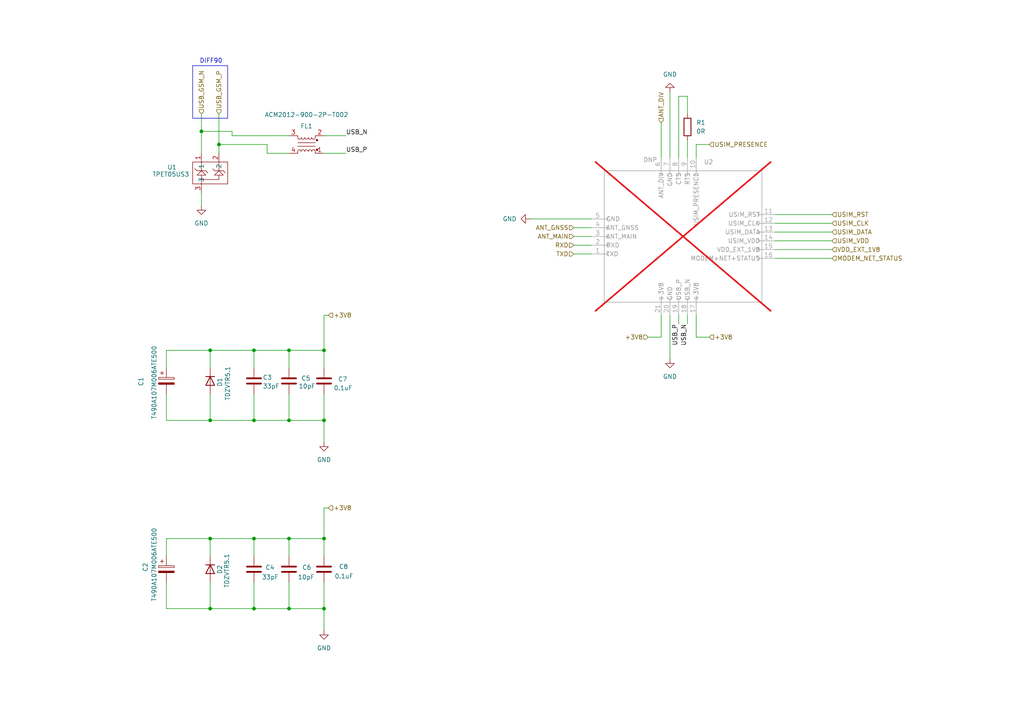
<source format=kicad_sch>
(kicad_sch (version 20231120) (generator "eeschema") (generator_version "7.99")
  (paper "A4")
  (lib_symbols
    (symbol "Device:C" (pin_numbers hide) (pin_names (offset 0.254))
      (property "Reference" "C" (at 0.635 2.54 0))
      (property "Value" "C" (at 0.635 -2.54 0))
      (symbol "C_0_1"
        (polyline (pts (xy -2.032 -0.762) (xy 2.032 -0.762)) (stroke (width 0.508)))
        (polyline (pts (xy -2.032 0.762) (xy 2.032 0.762)) (stroke (width 0.508)))
      )
      (symbol "C_1_1"
        (pin passive line (at 0 3.81 270) (length 2.794) (name "~") (number "1"))
        (pin passive line (at 0 -3.81 90) (length 2.794) (name "~") (number "2"))
      )
    )
    (symbol "Device:C_Polarized" (pin_numbers hide) (pin_names (offset 0.254))
      (property "Reference" "C" (at 0.635 2.54 0))
      (property "Value" "C_Polarized" (at 0.635 -2.54 0))
      (symbol "C_Polarized_0_1"
        (rectangle (start -2.286 0.508) (end 2.286 1.016))
        (polyline (pts (xy -1.778 2.286) (xy -0.762 2.286)))
        (polyline (pts (xy -1.27 2.794) (xy -1.27 1.778)))
        (rectangle (start 2.286 -0.508) (end -2.286 -1.016) (fill (type outline)))
      )
      (symbol "C_Polarized_1_1"
        (pin passive line (at 0 3.81 270) (length 2.794) (name "~") (number "1"))
        (pin passive line (at 0 -3.81 90) (length 2.794) (name "~") (number "2"))
      )
    )
    (symbol "Device:D" (pin_numbers hide) (pin_names (offset 1.016) hide)
      (property "Reference" "D" (at 0 2.54 0))
      (property "Value" "D" (at 0 -2.54 0))
      (symbol "D_0_1"
        (polyline (pts (xy -1.27 1.27) (xy -1.27 -1.27)) (stroke (width 0.254)))
        (polyline (pts (xy 1.27 0) (xy -1.27 0)))
        (polyline (pts (xy 1.27 1.27) (xy 1.27 -1.27) (xy -1.27 0) (xy 1.27 1.27)) (stroke (width 0.254)))
      )
      (symbol "D_1_1"
        (pin passive line (at -3.81 0 0) (length 2.54) (name "K") (number "1"))
        (pin passive line (at 3.81 0 180) (length 2.54) (name "A") (number "2"))
      )
    )
    (symbol "Device:Filter_EMI_CommonMode" (pin_names (offset 0.254) hide)
      (property "Reference" "FL?" (at 0 -5.334 0))
      (property "Value" "0603USB-222MLC" (at 0 -8.636 0))
      (symbol "Filter_EMI_CommonMode_0_1"
        (circle (center -3.048 -1.27) (radius 0.254) (fill (type outline)))
        (circle (center -3.048 1.524) (radius 0.254) (fill (type outline)))
        (arc (start -2.54 2.032) (mid -2.032 1.5262) (end -1.524 2.032))
        (arc (start -1.524 -2.032) (mid -2.032 -1.5262) (end -2.54 -2.032))
        (arc (start -1.524 2.032) (mid -1.016 1.5262) (end -0.508 2.032))
        (arc (start -0.508 -2.032) (mid -1.016 -1.5262) (end -1.524 -2.032))
        (arc (start -0.508 2.032) (mid 0 1.5262) (end 0.508 2.032))
        (polyline (pts (xy -2.54 -2.032) (xy -2.54 -2.54)))
        (polyline (pts (xy -2.54 0.508) (xy 2.54 0.508)))
        (polyline (pts (xy -2.54 2.032) (xy -2.54 2.54)))
        (polyline (pts (xy 2.54 -2.032) (xy 2.54 -2.54)))
        (polyline (pts (xy 2.54 -0.508) (xy -2.54 -0.508)))
        (polyline (pts (xy 2.54 2.54) (xy 2.54 2.032)))
        (arc (start 0.508 -2.032) (mid 0 -1.5262) (end -0.508 -2.032))
        (arc (start 0.508 2.032) (mid 1.016 1.5262) (end 1.524 2.032))
        (arc (start 1.524 -2.032) (mid 1.016 -1.5262) (end 0.508 -2.032))
        (arc (start 1.524 2.032) (mid 2.032 1.5262) (end 2.54 2.032))
        (arc (start 2.54 -2.032) (mid 2.032 -1.5262) (end 1.524 -2.032))
      )
      (symbol "Filter_EMI_CommonMode_1_1"
        (pin passive line (at -5.08 2.54 0) (length 2.54) (name "1") (number "1"))
        (pin passive line (at -5.08 -2.54 0) (length 2.54) (name "2") (number "2"))
        (pin passive line (at 5.08 -2.54 180) (length 2.54) (name "3") (number "3"))
        (pin passive line (at 5.08 2.54 180) (length 2.54) (name "4") (number "4"))
      )
    )
    (symbol "Device:R" (pin_numbers hide) (pin_names (offset 0))
      (property "Reference" "R" (at 2.032 0 90))
      (property "Value" "R" (at 0 0 90))
      (symbol "R_0_1"
        (rectangle (start -1.016 -2.54) (end 1.016 2.54) (stroke (width 0.254)))
      )
      (symbol "R_1_1"
        (pin passive line (at 0 3.81 270) (length 1.27) (name "~") (number "1"))
        (pin passive line (at 0 -3.81 90) (length 1.27) (name "~") (number "2"))
      )
    )
    (symbol "Symbol:GSM_Castelled"
      (property "Reference" "U?" (at 7.2741 6.35 0))
      (property "Value" "~" (at -8.255 6.985 0))
      (symbol "GSM_Castelled_0_1"
        (rectangle (start -21.59 3.81) (end 24.13 -34.29))
      )
      (symbol "GSM_Castelled_1_1"
        (arc (start -20.32 -19.812) (mid -20.8258 -20.32) (end -20.32 -20.828) (stroke (width 0.1524)))
        (arc (start -20.32 -17.272) (mid -20.8258 -17.78) (end -20.32 -18.288) (stroke (width 0.1524)))
        (arc (start -20.32 -14.732) (mid -20.8258 -15.24) (end -20.32 -15.748) (stroke (width 0.1524)))
        (arc (start -20.32 -12.192) (mid -20.8258 -12.7) (end -20.32 -13.208) (stroke (width 0.1524)))
        (arc (start -20.32 -9.652) (mid -20.8258 -10.16) (end -20.32 -10.668) (stroke (width 0.1524)))
        (arc (start -5.588 -33.02) (mid -5.08 -33.5258) (end -4.572 -33.02) (stroke (width 0.1524)))
        (arc (start -4.572 2.54) (mid -5.08 3.0458) (end -5.588 2.54) (stroke (width 0.1524)))
        (arc (start -3.048 -33.02) (mid -2.54 -33.5258) (end -2.032 -33.02) (stroke (width 0.1524)))
        (arc (start -2.032 2.54) (mid -2.54 3.0458) (end -3.048 2.54) (stroke (width 0.1524)))
        (arc (start -0.508 -33.02) (mid 0 -33.5258) (end 0.508 -33.02) (stroke (width 0.1524)))
        (polyline (pts (xy -21.59 -20.32) (xy -20.828 -20.32)) (stroke (width 0.1524)))
        (polyline (pts (xy -21.59 -17.78) (xy -20.828 -17.78)) (stroke (width 0.1524)))
        (polyline (pts (xy -21.59 -15.24) (xy -20.828 -15.24)) (stroke (width 0.1524)))
        (polyline (pts (xy -21.59 -12.7) (xy -20.828 -12.7)) (stroke (width 0.1524)))
        (polyline (pts (xy -21.59 -10.16) (xy -20.828 -10.16)) (stroke (width 0.1524)))
        (polyline (pts (xy -5.08 -34.29) (xy -5.08 -33.528)) (stroke (width 0.1524)))
        (polyline (pts (xy -5.08 3.81) (xy -5.08 3.048)) (stroke (width 0.1524)))
        (polyline (pts (xy -2.54 -34.29) (xy -2.54 -33.528)) (stroke (width 0.1524)))
        (polyline (pts (xy -2.54 3.81) (xy -2.54 3.048)) (stroke (width 0.1524)))
        (polyline (pts (xy 0 -34.29) (xy 0 -33.528)) (stroke (width 0.1524)))
        (polyline (pts (xy 0 3.81) (xy 0 3.048)) (stroke (width 0.1524)))
        (polyline (pts (xy 2.54 -34.29) (xy 2.54 -33.528)) (stroke (width 0.1524)))
        (polyline (pts (xy 2.54 3.81) (xy 2.54 3.048)) (stroke (width 0.1524)))
        (polyline (pts (xy 5.08 -34.29) (xy 5.08 -33.528)) (stroke (width 0.1524)))
        (polyline (pts (xy 5.08 3.81) (xy 5.08 3.048)) (stroke (width 0.1524)))
        (polyline (pts (xy 24.13 -21.59) (xy 23.368 -21.59)) (stroke (width 0.1524)))
        (polyline (pts (xy 24.13 -19.05) (xy 23.368 -19.05)) (stroke (width 0.1524)))
        (polyline (pts (xy 24.13 -16.51) (xy 23.368 -16.51)) (stroke (width 0.1524)))
        (polyline (pts (xy 24.13 -13.97) (xy 23.368 -13.97)) (stroke (width 0.1524)))
        (polyline (pts (xy 24.13 -11.43) (xy 23.368 -11.43)) (stroke (width 0.1524)))
        (polyline (pts (xy 24.13 -8.89) (xy 23.368 -8.89)) (stroke (width 0.1524)))
        (arc (start 0.508 2.54) (mid 0 3.0458) (end -0.508 2.54) (stroke (width 0.1524)))
        (arc (start 2.032 -33.02) (mid 2.54 -33.5258) (end 3.048 -33.02) (stroke (width 0.1524)))
        (arc (start 3.048 2.54) (mid 2.54 3.0458) (end 2.032 2.54) (stroke (width 0.1524)))
        (arc (start 4.572 -33.02) (mid 5.08 -33.5258) (end 5.588 -33.02) (stroke (width 0.1524)))
        (arc (start 5.588 2.54) (mid 5.08 3.0458) (end 4.572 2.54) (stroke (width 0.1524)))
        (arc (start 22.86 -22.098) (mid 23.3658 -21.59) (end 22.86 -21.082) (stroke (width 0.1524)))
        (arc (start 22.86 -19.558) (mid 23.368 -19.05) (end 22.86 -18.542) (stroke (width 0.1524)))
        (arc (start 22.86 -17.018) (mid 23.3658 -16.51) (end 22.86 -16.002) (stroke (width 0.1524)))
        (arc (start 22.86 -14.478) (mid 23.3658 -13.97) (end 22.86 -13.462) (stroke (width 0.1524)))
        (arc (start 22.86 -11.938) (mid 23.3658 -11.43) (end 22.86 -10.922) (stroke (width 0.1524)))
        (arc (start 22.86 -9.398) (mid 23.368 -8.89) (end 22.86 -8.382) (stroke (width 0.1524)))
        (pin passive line (at -25.4 -20.32 0) (length 3.81) (name "TXD") (number "1"))
        (pin passive line (at 5.08 7.62 270) (length 3.81) (name "USIM_PRESENCE") (number "10"))
        (pin passive line (at 27.94 -8.89 180) (length 3.81) (name "USIM_RST") (number "11"))
        (pin passive line (at 27.94 -11.43 180) (length 3.81) (name "USIM_CLK") (number "12"))
        (pin passive line (at 27.94 -13.97 180) (length 3.81) (name "USIM_DATA") (number "13"))
        (pin passive line (at 27.94 -16.51 180) (length 3.81) (name "USIM_VDD") (number "14"))
        (pin passive line (at 27.94 -19.05 180) (length 3.81) (name "VDD_EXT_1V8") (number "15"))
        (pin passive line (at 27.94 -21.59 180) (length 3.81) (name "MODEM+NET+STATUS") (number "16"))
        (pin passive line (at 5.08 -38.1 90) (length 3.81) (name "+3V8") (number "17"))
        (pin passive line (at 2.54 -38.1 90) (length 3.81) (name "USB_N") (number "18"))
        (pin passive line (at 0 -38.1 90) (length 3.81) (name "USB_P") (number "19"))
        (pin passive line (at -25.4 -17.78 0) (length 3.81) (name "RXD") (number "2"))
        (pin passive line (at -2.54 -38.1 90) (length 3.81) (name "GND") (number "20"))
        (pin passive line (at -5.08 -38.1 90) (length 3.81) (name "+3V8") (number "21"))
        (pin passive line (at -25.4 -15.24 0) (length 3.81) (name "ANT_MAIN") (number "3"))
        (pin passive line (at -25.4 -12.7 0) (length 3.81) (name "ANT_GNSS") (number "4"))
        (pin passive line (at -25.4 -10.16 0) (length 3.81) (name "GND") (number "5"))
        (pin passive line (at -5.08 7.62 270) (length 3.81) (name "ANT_DIV") (number "6"))
        (pin passive line (at -2.54 7.62 270) (length 3.81) (name "GND") (number "7"))
        (pin passive line (at 0 7.62 270) (length 3.81) (name "CTS") (number "8"))
        (pin passive line (at 2.54 7.62 270) (length 3.81) (name "RTS") (number "9"))
      )
    )
    (symbol "Symbol:TPET05US3"
      (property "Reference" "U" (at 0 0 0))
      (symbol "TPET05US3_0_1"
        (rectangle (start -5.08 -1.27) (end 5.08 -7.62))
        (polyline (pts (xy -3.81 -3.81) (xy -4.5127 -3.1815)))
        (polyline (pts (xy -3.81 -3.81) (xy -1.27 -3.81)))
        (polyline (pts (xy -2.54 -1.27) (xy -2.54 -3.81)))
        (polyline (pts (xy -1.27 -3.81) (xy -0.7067 -4.4445)))
        (polyline (pts (xy 1.27 -3.81) (xy 0.7439 -3.2327)))
        (polyline (pts (xy 2.54 -3.81) (xy 2.54 -1.27)))
        (polyline (pts (xy 3.81 -3.81) (xy 4.3963 -4.4103)))
        (polyline (pts (xy 2.54 -3.81) (xy 1.27 -3.81) (xy 3.81 -3.81)))
        (polyline (pts (xy -2.54 -7.62) (xy -2.54 -5.08) (xy -3.81 -5.08) (xy -2.54 -3.81) (xy -1.27 -5.08) (xy -2.54 -5.08)))
        (polyline (pts (xy -2.54 -6.35) (xy 2.54 -6.35) (xy 2.54 -5.08) (xy 1.27 -5.08) (xy 2.54 -3.81) (xy 3.81 -5.08) (xy 2.54 -5.08)))
      )
      (symbol "TPET05US3_1_1"
        (pin bidirectional line (at -2.54 1.27 270) (length 2.54) (name "1") (number "1"))
        (pin bidirectional line (at 2.54 1.27 270) (length 2.54) (name "2") (number "2"))
        (pin bidirectional line (at -2.54 -10.16 90) (length 2.54) (name "3") (number "3"))
      )
    )
    (symbol "power:GND" (power) (pin_names (offset 0))
      (property "Value" "GND" (at 0 -3.81 0))
      (symbol "GND_0_1"
        (polyline (pts (xy 0 0) (xy 0 -1.27) (xy 1.27 -1.27) (xy 0 -2.54) (xy -1.27 -1.27) (xy 0 -1.27)))
      )
      (symbol "GND_1_1"
        (pin power_in line (at 0 0 270) (length 0) hide (name "GND") (number "1"))
      )
    )
  )
  (junction (at 73.66 156.21))
  (junction (at 93.98 121.92))
  (junction (at 83.82 176.53))
  (junction (at 83.82 156.21))
  (junction (at 93.98 101.6))
  (junction (at 73.66 121.92))
  (junction (at 60.96 176.53))
  (junction (at 58.42 38.1))
  (junction (at 93.98 176.53))
  (junction (at 63.5 41.91))
  (junction (at 73.66 176.53))
  (junction (at 83.82 121.92))
  (junction (at 83.82 101.6))
  (junction (at 60.96 101.6))
  (junction (at 73.66 101.6))
  (junction (at 60.96 121.92))
  (junction (at 60.96 156.21))
  (junction (at 93.98 156.21))
  (wire (pts (xy 93.98 161.29) (xy 93.98 156.21)))
  (wire (pts (xy 241.3 62.23) (xy 224.79 62.23)))
  (wire (pts (xy 166.37 73.66) (xy 171.45 73.66)))
  (wire (pts (xy 241.3 74.93) (xy 224.79 74.93)))
  (wire (pts (xy 199.39 27.94) (xy 196.85 27.94)))
  (wire (pts (xy 201.93 97.79) (xy 201.93 91.44)))
  (wire (pts (xy 60.96 156.21) (xy 73.66 156.21)))
  (wire (pts (xy 187.96 97.79) (xy 191.77 97.79)))
  (wire (pts (xy 83.82 161.29) (xy 83.82 156.21)))
  (wire (pts (xy 166.37 66.04) (xy 171.45 66.04)))
  (wire (pts (xy 73.66 156.21) (xy 73.66 161.29)))
  (wire (pts (xy 60.96 176.53) (xy 73.66 176.53)))
  (wire (pts (xy 199.39 33.02) (xy 199.39 27.94)))
  (wire (pts (xy 48.26 176.53) (xy 60.96 176.53)))
  (wire (pts (xy 73.66 121.92) (xy 83.82 121.92)))
  (wire (pts (xy 58.42 38.1) (xy 58.42 44.45)))
  (wire (pts (xy 199.39 91.44) (xy 199.39 93.98)))
  (wire (pts (xy 93.98 176.53) (xy 93.98 168.91)))
  (wire (pts (xy 93.98 106.68) (xy 93.98 101.6)))
  (wire (pts (xy 194.31 91.44) (xy 194.31 104.14)))
  (wire (pts (xy 63.5 41.91) (xy 63.5 44.45)))
  (wire (pts (xy 73.66 176.53) (xy 83.82 176.53)))
  (wire (pts (xy 48.26 121.92) (xy 60.96 121.92)))
  (wire (pts (xy 73.66 168.91) (xy 73.66 176.53)))
  (wire (pts (xy 196.85 27.94) (xy 196.85 45.72)))
  (wire (pts (xy 93.98 121.92) (xy 93.98 128.27)))
  (wire (pts (xy 191.77 35.56) (xy 191.77 45.72)))
  (wire (pts (xy 48.26 168.91) (xy 48.26 176.53)))
  (wire (pts (xy 60.96 168.91) (xy 60.96 176.53)))
  (wire (pts (xy 60.96 106.68) (xy 60.96 101.6)))
  (wire (pts (xy 201.93 41.91) (xy 201.93 45.72)))
  (wire (pts (xy 60.96 161.29) (xy 60.96 156.21)))
  (wire (pts (xy 48.26 114.3) (xy 48.26 121.92)))
  (wire (pts (xy 83.82 114.3) (xy 83.82 121.92)))
  (wire (pts (xy 205.74 41.91) (xy 201.93 41.91)))
  (wire (pts (xy 205.74 97.79) (xy 201.93 97.79)))
  (wire (pts (xy 199.39 40.64) (xy 199.39 45.72)))
  (wire (pts (xy 67.31 39.37) (xy 83.82 39.37)))
  (wire (pts (xy 93.98 39.37) (xy 100.33 39.37)))
  (wire (pts (xy 60.96 121.92) (xy 73.66 121.92)))
  (wire (pts (xy 58.42 33.02) (xy 58.42 38.1)))
  (wire (pts (xy 93.98 176.53) (xy 93.98 182.88)))
  (wire (pts (xy 166.37 71.12) (xy 171.45 71.12)))
  (wire (pts (xy 77.47 44.45) (xy 77.47 41.91)))
  (wire (pts (xy 241.3 64.77) (xy 224.79 64.77)))
  (wire (pts (xy 60.96 101.6) (xy 73.66 101.6)))
  (wire (pts (xy 67.31 39.37) (xy 67.31 38.1)))
  (wire (pts (xy 95.25 147.32) (xy 93.98 147.32)))
  (wire (pts (xy 63.5 33.02) (xy 63.5 41.91)))
  (wire (pts (xy 191.77 97.79) (xy 191.77 91.44)))
  (wire (pts (xy 93.98 156.21) (xy 83.82 156.21)))
  (wire (pts (xy 241.3 67.31) (xy 224.79 67.31)))
  (wire (pts (xy 241.3 69.85) (xy 224.79 69.85)))
  (wire (pts (xy 48.26 156.21) (xy 60.96 156.21)))
  (wire (pts (xy 93.98 101.6) (xy 83.82 101.6)))
  (wire (pts (xy 83.82 106.68) (xy 83.82 101.6)))
  (wire (pts (xy 95.25 91.44) (xy 93.98 91.44)))
  (wire (pts (xy 83.82 121.92) (xy 93.98 121.92)))
  (wire (pts (xy 77.47 41.91) (xy 63.5 41.91)))
  (wire (pts (xy 93.98 121.92) (xy 93.98 114.3)))
  (wire (pts (xy 60.96 114.3) (xy 60.96 121.92)))
  (wire (pts (xy 194.31 26.67) (xy 194.31 45.72)))
  (wire (pts (xy 83.82 101.6) (xy 73.66 101.6)))
  (wire (pts (xy 48.26 101.6) (xy 60.96 101.6)))
  (wire (pts (xy 83.82 176.53) (xy 93.98 176.53)))
  (wire (pts (xy 48.26 106.68) (xy 48.26 101.6)))
  (wire (pts (xy 166.37 68.58) (xy 171.45 68.58)))
  (wire (pts (xy 83.82 168.91) (xy 83.82 176.53)))
  (wire (pts (xy 67.31 38.1) (xy 58.42 38.1)))
  (wire (pts (xy 73.66 114.3) (xy 73.66 121.92)))
  (wire (pts (xy 73.66 101.6) (xy 73.66 106.68)))
  (wire (pts (xy 93.98 147.32) (xy 93.98 156.21)))
  (wire (pts (xy 48.26 161.29) (xy 48.26 156.21)))
  (wire (pts (xy 153.67 63.5) (xy 171.45 63.5)))
  (wire (pts (xy 77.47 44.45) (xy 83.82 44.45)))
  (wire (pts (xy 224.79 72.39) (xy 241.3 72.39)))
  (wire (pts (xy 93.98 91.44) (xy 93.98 101.6)))
  (wire (pts (xy 58.42 55.88) (xy 58.42 59.69)))
  (wire (pts (xy 83.82 156.21) (xy 73.66 156.21)))
  (wire (pts (xy 93.98 44.45) (xy 100.33 44.45)))
  (wire (pts (xy 196.85 91.44) (xy 196.85 93.98)))
  (rectangle (start 55.88 19.05) (end 66.04 34.29))
  (text "DIFF90\n" (at 61.214 17.78 0) (effects (font (size 1.27 1.27))))
  (label "USB_N" (at 100.33 39.37 0))
  (label "USB_N" (at 199.39 93.98 270))
  (label "USB_P" (at 100.33 44.45 0))
  (label "USB_P" (at 196.85 93.98 270))
  (hierarchical_label "TXD" (shape input) (at 166.37 73.66 180))
  (hierarchical_label "+3V8" (shape input) (at 95.25 147.32 0))
  (hierarchical_label "USIM_VDD" (shape input) (at 241.3 69.85 0))
  (hierarchical_label "USIM_PRESENCE" (shape input) (at 205.74 41.91 0))
  (hierarchical_label "+3V8" (shape input) (at 95.25 91.44 0))
  (hierarchical_label "ANT_DIV" (shape input) (at 191.77 35.56 90))
  (hierarchical_label "RXD" (shape input) (at 166.37 71.12 180))
  (hierarchical_label "+3V8" (shape input) (at 187.96 97.79 180))
  (hierarchical_label "ANT_GNSS" (shape input) (at 166.37 66.04 180))
  (hierarchical_label "USB_GSM_P" (shape input) (at 63.5 33.02 90))
  (hierarchical_label "USIM_RST" (shape input) (at 241.3 62.23 0))
  (hierarchical_label "USB_GSM_N" (shape input) (at 58.42 33.02 90))
  (hierarchical_label "USIM_DATA" (shape input) (at 241.3 67.31 0))
  (hierarchical_label "VDD_EXT_1V8" (shape input) (at 241.3 72.39 0))
  (hierarchical_label "USIM_CLK" (shape input) (at 241.3 64.77 0))
  (hierarchical_label "+3V8" (shape input) (at 205.74 97.79 0))
  (hierarchical_label "ANT_MAIN" (shape input) (at 166.37 68.58 180))
  (hierarchical_label "MODEM_NET_STATUS" (shape input) (at 241.3 74.93 0))
  (symbol (lib_id "Device:R") (at 199.39 36.83 0) (unit 1)
    (property "Reference" "R1" (at 201.93 35.5599 0) (effects (justify left)))
    (property "Value" "0R" (at 201.93 38.0999 0) (effects (justify left)))
    (property "Footprint" "Resistor_SMD:R_0603_1608Metric" (effects (hide yes)))
    (property "Description" "Resistor" (effects (hide yes)))
  )
  (symbol (lib_id "power:GND") (at 58.42 59.69 0) (unit 1)
    (property "Reference" "#PWR07" (effects (hide yes)))
    (property "Value" "GND" (at 58.42 64.77 0))
    (property "Description" "Power symbol creates a global label with name \"GND\" , ground" (effects (hide yes)))
  )
  (symbol (lib_id "power:GND") (at 93.98 182.88 0) (unit 1)
    (property "Reference" "#PWR09" (effects (hide yes)))
    (property "Value" "GND" (at 93.98 187.96 0))
    (property "Description" "Power symbol creates a global label with name \"GND\" , ground" (effects (hide yes)))
  )
  (symbol (lib_id "Device:C") (at 73.66 110.49 0) (unit 1)
    (property "Reference" "C3" (at 76.2 109.474 0) (effects (justify left)))
    (property "Value" "33pF" (at 76.2 112.014 0) (effects (justify left)))
    (property "Footprint" "Capacitor_SMD:C_0603_1608Metric" (effects (hide yes)))
    (property "Description" "Unpolarized capacitor" (effects (hide yes)))
  )
  (symbol (lib_id "Device:C") (at 83.82 165.1 0) (unit 1)
    (property "Reference" "C6" (at 87.63 164.592 0) (effects (justify left)))
    (property "Value" "10pF" (at 86.36 167.386 0) (effects (justify left)))
    (property "Footprint" "Capacitor_SMD:C_0603_1608Metric" (effects (hide yes)))
    (property "Description" "Unpolarized capacitor" (effects (hide yes)))
  )
  (symbol (lib_id "power:GND") (at 153.67 63.5 270) (unit 1)
    (property "Reference" "#PWR010" (effects (hide yes)))
    (property "Value" "GND" (at 149.86 63.4999 90) (effects (justify right)))
    (property "Description" "Power symbol creates a global label with name \"GND\" , ground" (effects (hide yes)))
  )
  (symbol (lib_id "Device:C_Polarized") (at 48.26 165.1 0) (unit 1)
    (property "Reference" "C2" (at 42.164 165.862 90) (effects (justify left)))
    (property "Value" "T490A107M006ATE500" (at 44.704 174.498 90) (effects (justify left)))
    (property "Footprint" "KiCad:T490A" (effects (hide yes)))
    (property "Datasheet" "https://datasheet.lcsc.com/lcsc/2304140030_KEMET-T490A107M006ATE500_C1881735.pdf" (effects (hide yes)))
    (property "Description" "100uF 6V 500mΩ@100kHz ±20% 1206 Tantalum Capacitors ROHS" (effects (hide yes)))
    (property "MPN" "T490A107M006ATE500" (effects (hide yes)))
  )
  (symbol (lib_id "power:GND") (at 194.31 26.67 180) (unit 1)
    (property "Reference" "#PWR011" (effects (hide yes)))
    (property "Value" "GND" (at 194.31 21.59 0))
    (property "Description" "Power symbol creates a global label with name \"GND\" , ground" (effects (hide yes)))
  )
  (symbol (lib_id "Device:C") (at 93.98 165.1 0) (unit 1)
    (property "Reference" "C8" (at 98.298 164.338 0) (effects (justify left)))
    (property "Value" "0.1uF" (at 97.028 167.132 0) (effects (justify left)))
    (property "Footprint" "Capacitor_SMD:C_0603_1608Metric" (effects (hide yes)))
    (property "Description" "Unpolarized capacitor" (effects (hide yes)))
  )
  (symbol (lib_id "Device:C") (at 73.66 165.1 0) (unit 1)
    (property "Reference" "C4" (at 76.962 164.592 0) (effects (justify left)))
    (property "Value" "33pF" (at 75.946 167.386 0) (effects (justify left)))
    (property "Footprint" "Capacitor_SMD:C_0603_1608Metric" (effects (hide yes)))
    (property "Description" "Unpolarized capacitor" (effects (hide yes)))
  )
  (symbol (lib_id "power:GND") (at 93.98 128.27 0) (unit 1)
    (property "Reference" "#PWR08" (effects (hide yes)))
    (property "Value" "GND" (at 93.98 133.35 0))
    (property "Description" "Power symbol creates a global label with name \"GND\" , ground" (effects (hide yes)))
  )
  (symbol (lib_id "Device:Filter_EMI_CommonMode") (at 88.9 41.91 180) (unit 1)
    (property "Reference" "FL1" (at 88.9 36.576 0))
    (property "Value" "ACM2012-900-2P-T002" (at 88.9 33.274 0))
    (property "Footprint" "Library:ACM2012-900-2P-T002" (effects (hide yes)))
    (property "Description" "90Ω@100MHz 190mΩ 2 SMD-4P Common Mode Filters ROHS" (effects (hide yes)))
    (property "MPN" "ACM2012-900-2P-T002" (effects (hide yes)))
  )
  (symbol (lib_id "Symbol:GSM_Castelled") (at 196.85 53.34 0) (unit 1) (dnp yes)
    (property "Reference" "U2" (at 204.1241 46.99 0) (effects (justify left)))
    (property "Value" "DNP" (at 188.595 46.355 0))
    (property "Footprint" "Library:GSM_Castelled" (effects (hide yes)))
  )
  (symbol (lib_id "Device:C") (at 93.98 110.49 0) (unit 1)
    (property "Reference" "C7" (at 98.044 109.982 0) (effects (justify left)))
    (property "Value" "0.1uF" (at 96.774 112.522 0) (effects (justify left)))
    (property "Footprint" "Capacitor_SMD:C_0603_1608Metric" (effects (hide yes)))
    (property "Description" "Unpolarized capacitor" (effects (hide yes)))
  )
  (symbol (lib_id "Device:D") (at 60.96 110.49 270) (unit 1)
    (property "Reference" "D1" (at 63.754 109.474 0) (effects (justify left)))
    (property "Value" "TDZVTR5.1" (at 66.04 106.172 0) (effects (justify left)))
    (property "Footprint" "Library:TDZVTR5.1" (effects (hide yes)))
    (property "Datasheet" "https://fscdn.rohm.com/en/products/databook/datasheet/discrete/diode/zener/tdzvtr5.1-e.pdf" (effects (hide yes)))
    (property "Description" "500mW 5.1V ±9.8% TUMD2M Zener Diodes ROHS" (effects (hide yes)))
    (property "MPN" "TDZVTR5.1" (effects (hide yes)))
  )
  (symbol (lib_id "Device:C") (at 83.82 110.49 0) (unit 1)
    (property "Reference" "C5" (at 87.376 109.728 0) (effects (justify left)))
    (property "Value" "10pF" (at 86.614 112.014 0) (effects (justify left)))
    (property "Footprint" "Capacitor_SMD:C_0603_1608Metric" (effects (hide yes)))
    (property "Description" "Unpolarized capacitor" (effects (hide yes)))
  )
  (symbol (lib_id "Device:C_Polarized") (at 48.26 110.49 0) (unit 1)
    (property "Reference" "C1" (at 40.894 112.014 90) (effects (justify left)))
    (property "Value" "T490A107M006ATE500" (at 44.704 121.666 90) (effects (justify left)))
    (property "Footprint" "KiCad:T490A" (effects (hide yes)))
    (property "Datasheet" "https://datasheet.lcsc.com/lcsc/2304140030_KEMET-T490A107M006ATE500_C1881735.pdf" (effects (hide yes)))
    (property "Description" "100uF 6V 500mΩ@100kHz ±20% 1206 Tantalum Capacitors ROHS" (effects (hide yes)))
    (property "MPN" "T490A107M006ATE500" (effects (hide yes)))
  )
  (symbol (lib_id "power:GND") (at 194.31 104.14 0) (unit 1)
    (property "Reference" "#PWR012" (effects (hide yes)))
    (property "Value" "GND" (at 194.31 109.22 0))
    (property "Description" "Power symbol creates a global label with name \"GND\" , ground" (effects (hide yes)))
  )
  (symbol (lib_id "Device:D") (at 60.96 165.1 270) (unit 1)
    (property "Reference" "D2" (at 63.754 163.83 0) (effects (justify left)))
    (property "Value" "TDZVTR5.1" (at 65.786 160.528 0) (effects (justify left)))
    (property "Footprint" "Library:TDZVTR5.1" (effects (hide yes)))
    (property "Datasheet" "https://fscdn.rohm.com/en/products/databook/datasheet/discrete/diode/zener/tdzvtr5.1-e.pdf" (effects (hide yes)))
    (property "Description" "500mW 5.1V ±9.8% TUMD2M Zener Diodes ROHS" (effects (hide yes)))
    (property "MPN" "TDZVTR5.1" (effects (hide yes)))
  )
  (symbol (lib_id "Symbol:TPET05US3") (at 60.96 45.72 0) (unit 1)
    (property "Reference" "U1" (at 48.514 48.514 0) (effects (justify left)))
    (property "Value" "TPET05US3" (at 49.53 50.546 0))
    (property "Footprint" "Library:TPET05US3" (effects (hide yes)))
    (property "Datasheet" "https://datasheet.lcsc.com/lcsc/2108131930_TECH-PUBLIC-TPET05US3_C521939.pdf" (effects (hide yes)))
    (property "Description" "SOT-23-3 Electrostatic and Surge Protection (TVS/ESD) ROHS" (effects (hide yes)))
    (property "MPN" "TPET05US3" (effects (hide yes)))
  )
)
</source>
